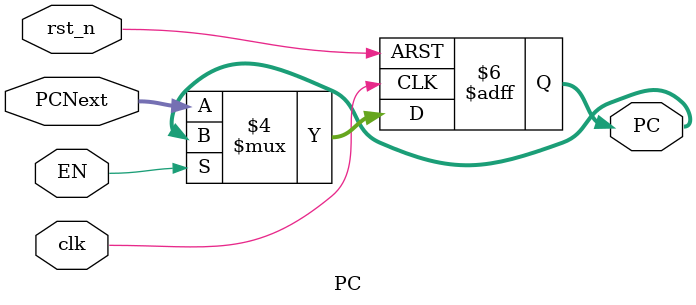
<source format=v>
`timescale 1ns/1ps

module PC #(
    parameter WIDTH = 32
)(
    input clk, rst_n, EN,
    input [WIDTH - 1:0] PCNext,
    output reg [WIDTH - 1:0] PC
);
    always @(posedge clk or negedge rst_n) begin
        if(~rst_n) begin
            PC <= 32'd0;
        end 
        else begin
            if (~EN)
                PC <= PCNext;
        end 
    end
endmodule

</source>
